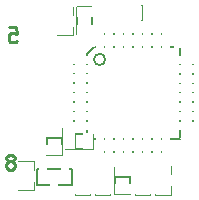
<source format=gbo>
G04 (created by PCBNEW (2013-07-07 BZR 4022)-stable) date 07/07/2014 23:54:26*
%MOIN*%
G04 Gerber Fmt 3.4, Leading zero omitted, Abs format*
%FSLAX34Y34*%
G01*
G70*
G90*
G04 APERTURE LIST*
%ADD10C,0.0019685*%
%ADD11C,0.01*%
%ADD12C,0.00787402*%
%ADD13C,0.006*%
%ADD14C,0.005*%
%ADD15C,0.0047*%
%ADD16R,0.025574X0.086574*%
%ADD17R,0.086574X0.025574*%
%ADD18R,0.031474X0.047274*%
%ADD19R,0.052874X0.032874*%
%ADD20R,0.067874X0.067874*%
%ADD21C,0.067874*%
%ADD22R,0.0472441X0.110236*%
%ADD23R,0.107874X0.057874*%
%ADD24R,0.032874X0.052874*%
%ADD25O,0.149606X0.0866142*%
G04 APERTURE END LIST*
G54D10*
G54D11*
X74142Y-58538D02*
X74189Y-58514D01*
X74213Y-58491D01*
X74237Y-58443D01*
X74237Y-58419D01*
X74213Y-58372D01*
X74189Y-58348D01*
X74142Y-58324D01*
X74046Y-58324D01*
X73999Y-58348D01*
X73975Y-58372D01*
X73951Y-58419D01*
X73951Y-58443D01*
X73975Y-58491D01*
X73999Y-58514D01*
X74046Y-58538D01*
X74142Y-58538D01*
X74189Y-58562D01*
X74213Y-58586D01*
X74237Y-58633D01*
X74237Y-58729D01*
X74213Y-58776D01*
X74189Y-58800D01*
X74142Y-58824D01*
X74046Y-58824D01*
X73999Y-58800D01*
X73975Y-58776D01*
X73951Y-58729D01*
X73951Y-58633D01*
X73975Y-58586D01*
X73999Y-58562D01*
X74046Y-58538D01*
X74054Y-54072D02*
X74292Y-54072D01*
X74316Y-54310D01*
X74292Y-54286D01*
X74244Y-54262D01*
X74125Y-54262D01*
X74077Y-54286D01*
X74054Y-54310D01*
X74030Y-54358D01*
X74030Y-54477D01*
X74054Y-54524D01*
X74077Y-54548D01*
X74125Y-54572D01*
X74244Y-54572D01*
X74292Y-54548D01*
X74316Y-54524D01*
G54D12*
X77598Y-59055D02*
X78070Y-59055D01*
X75314Y-57755D02*
X75787Y-57755D01*
X76259Y-57637D02*
X76259Y-58110D01*
G54D13*
X79278Y-58239D02*
X79278Y-57789D01*
X77098Y-58239D02*
X77098Y-57799D01*
X79278Y-58239D02*
X77098Y-58239D01*
X79748Y-57359D02*
X80178Y-57359D01*
X79758Y-55149D02*
X80178Y-55149D01*
X80178Y-55139D02*
X80188Y-57359D01*
X76208Y-55159D02*
X76198Y-57329D01*
X76898Y-54729D02*
X79728Y-54729D01*
X76208Y-57339D02*
X76618Y-57339D01*
X76658Y-54979D02*
X76658Y-57759D01*
X79738Y-57779D02*
X76698Y-57779D01*
X79738Y-54729D02*
X79738Y-57729D01*
X77068Y-54279D02*
X79288Y-54279D01*
X79288Y-54279D02*
X79288Y-54729D01*
X76888Y-54733D02*
X76658Y-54963D01*
X77068Y-54281D02*
X77068Y-54733D01*
X76658Y-55159D02*
X76206Y-55159D01*
X77251Y-55141D02*
G75*
G03X77251Y-55141I-188J0D01*
G74*
G01*
G54D14*
X75926Y-58780D02*
X75926Y-58520D01*
X75176Y-58780D02*
X75176Y-58520D01*
X75551Y-59330D02*
X75551Y-59590D01*
X74961Y-59330D02*
X76141Y-59330D01*
X76141Y-59330D02*
X76141Y-58780D01*
X76141Y-58780D02*
X74961Y-58780D01*
X74961Y-58780D02*
X74961Y-59330D01*
X76324Y-53408D02*
X76324Y-54308D01*
X76324Y-54308D02*
X76824Y-54308D01*
X76824Y-54308D02*
X76824Y-53408D01*
X76824Y-53408D02*
X76324Y-53408D01*
G54D15*
X75649Y-53661D02*
X75649Y-53386D01*
X75649Y-54055D02*
X75649Y-54330D01*
X76161Y-53661D02*
X76161Y-53386D01*
X76161Y-54330D02*
X76161Y-54055D01*
X76155Y-53386D02*
X75655Y-53386D01*
X75655Y-54330D02*
X76155Y-54330D01*
X78189Y-53326D02*
X78464Y-53326D01*
X77795Y-53326D02*
X77520Y-53326D01*
X78189Y-53838D02*
X78464Y-53838D01*
X77520Y-53838D02*
X77795Y-53838D01*
X78464Y-53832D02*
X78464Y-53332D01*
X77520Y-53332D02*
X77520Y-53832D01*
X76752Y-59370D02*
X76752Y-59645D01*
X76752Y-58976D02*
X76752Y-58701D01*
X76240Y-59370D02*
X76240Y-59645D01*
X76240Y-58701D02*
X76240Y-58976D01*
X76246Y-59645D02*
X76746Y-59645D01*
X76746Y-58701D02*
X76246Y-58701D01*
X78917Y-58976D02*
X78917Y-58701D01*
X78917Y-59370D02*
X78917Y-59645D01*
X79429Y-58976D02*
X79429Y-58701D01*
X79429Y-59645D02*
X79429Y-59370D01*
X79423Y-58701D02*
X78923Y-58701D01*
X78923Y-59645D02*
X79423Y-59645D01*
X77421Y-59370D02*
X77421Y-59645D01*
X77421Y-58976D02*
X77421Y-58701D01*
X76909Y-59370D02*
X76909Y-59645D01*
X76909Y-58701D02*
X76909Y-58976D01*
X76915Y-59645D02*
X77415Y-59645D01*
X77415Y-58701D02*
X76915Y-58701D01*
G54D14*
X78084Y-59623D02*
X78084Y-58723D01*
X78084Y-58723D02*
X77584Y-58723D01*
X77584Y-58723D02*
X77584Y-59623D01*
X77584Y-59623D02*
X78084Y-59623D01*
X76827Y-57624D02*
X75927Y-57624D01*
X75927Y-57624D02*
X75927Y-58124D01*
X75927Y-58124D02*
X76827Y-58124D01*
X76827Y-58124D02*
X76827Y-57624D01*
G54D15*
X78247Y-58976D02*
X78247Y-58701D01*
X78247Y-59370D02*
X78247Y-59645D01*
X78759Y-58976D02*
X78759Y-58701D01*
X78759Y-59645D02*
X78759Y-59370D01*
X78753Y-58701D02*
X78253Y-58701D01*
X78253Y-59645D02*
X78753Y-59645D01*
X74862Y-59212D02*
X74862Y-59487D01*
X74862Y-58818D02*
X74862Y-58543D01*
X74350Y-59212D02*
X74350Y-59487D01*
X74350Y-58543D02*
X74350Y-58818D01*
X74356Y-59487D02*
X74856Y-59487D01*
X74856Y-58543D02*
X74356Y-58543D01*
G54D14*
X75801Y-58324D02*
X75801Y-57424D01*
X75801Y-57424D02*
X75301Y-57424D01*
X75301Y-57424D02*
X75301Y-58324D01*
X75301Y-58324D02*
X75801Y-58324D01*
%LPC*%
G54D16*
X79281Y-54363D03*
X78966Y-54363D03*
X78651Y-54363D03*
X78336Y-54363D03*
X78021Y-54363D03*
X77706Y-54363D03*
X77391Y-54363D03*
X77076Y-54363D03*
X77078Y-58129D03*
X79288Y-58129D03*
X78968Y-58129D03*
X78648Y-58129D03*
X78338Y-58129D03*
X78018Y-58129D03*
X77708Y-58129D03*
X77388Y-58129D03*
G54D17*
X76288Y-55147D03*
X76288Y-55461D03*
X76288Y-55777D03*
X76288Y-56091D03*
X76288Y-56407D03*
X76288Y-56721D03*
X76288Y-57037D03*
X76288Y-57351D03*
X80068Y-55149D03*
X80068Y-55459D03*
X80068Y-55779D03*
X80068Y-56089D03*
X80068Y-56399D03*
X80068Y-56719D03*
X80068Y-57039D03*
X80068Y-57359D03*
G54D18*
X75176Y-58639D03*
X75551Y-59471D03*
X75926Y-58639D03*
G54D19*
X76574Y-53558D03*
X76574Y-54158D03*
G54D20*
X74881Y-55496D03*
G54D21*
X74881Y-56496D03*
X74881Y-57496D03*
G54D22*
X79763Y-54212D03*
X80354Y-54212D03*
X80944Y-54212D03*
G54D23*
X73661Y-57996D03*
X73661Y-56996D03*
X73661Y-55996D03*
X73661Y-54996D03*
G54D19*
X75905Y-54158D03*
X75905Y-53558D03*
G54D24*
X77692Y-53582D03*
X78292Y-53582D03*
G54D19*
X76496Y-58873D03*
X76496Y-59473D03*
X79173Y-59473D03*
X79173Y-58873D03*
X77165Y-58873D03*
X77165Y-59473D03*
X77834Y-59473D03*
X77834Y-58873D03*
G54D24*
X76677Y-57874D03*
X76077Y-57874D03*
G54D19*
X78503Y-59473D03*
X78503Y-58873D03*
X74606Y-58715D03*
X74606Y-59315D03*
X75551Y-58174D03*
X75551Y-57574D03*
G54D25*
X85039Y-54881D03*
X83464Y-58110D03*
M02*

</source>
